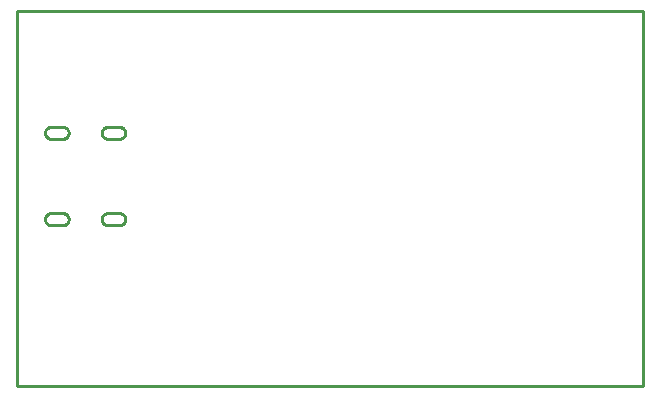
<source format=gbr>
G04 EAGLE Gerber RS-274X export*
G75*
%MOMM*%
%FSLAX34Y34*%
%LPD*%
%IN*%
%IPPOS*%
%AMOC8*
5,1,8,0,0,1.08239X$1,22.5*%
G01*
%ADD10C,0.254000*%


D10*
X12700Y12700D02*
X542800Y12700D01*
X542800Y330100D01*
X12700Y330100D01*
X12700Y12700D01*
X84200Y154000D02*
X84219Y153564D01*
X84276Y153132D01*
X84370Y152706D01*
X84502Y152290D01*
X84668Y151887D01*
X84870Y151500D01*
X85104Y151132D01*
X85370Y150786D01*
X85664Y150464D01*
X85986Y150170D01*
X86332Y149904D01*
X86700Y149670D01*
X87087Y149468D01*
X87490Y149302D01*
X87906Y149170D01*
X88332Y149076D01*
X88764Y149019D01*
X89200Y149000D01*
X99200Y149000D01*
X99636Y149019D01*
X100068Y149076D01*
X100494Y149170D01*
X100910Y149302D01*
X101313Y149468D01*
X101700Y149670D01*
X102068Y149904D01*
X102414Y150170D01*
X102736Y150464D01*
X103030Y150786D01*
X103296Y151132D01*
X103530Y151500D01*
X103732Y151887D01*
X103898Y152290D01*
X104030Y152706D01*
X104124Y153132D01*
X104181Y153564D01*
X104200Y154000D01*
X104181Y154436D01*
X104124Y154868D01*
X104030Y155294D01*
X103898Y155710D01*
X103732Y156113D01*
X103530Y156500D01*
X103296Y156868D01*
X103030Y157214D01*
X102736Y157536D01*
X102414Y157830D01*
X102068Y158096D01*
X101700Y158330D01*
X101313Y158532D01*
X100910Y158698D01*
X100494Y158830D01*
X100068Y158924D01*
X99636Y158981D01*
X99200Y159000D01*
X89200Y159000D01*
X88764Y158981D01*
X88332Y158924D01*
X87906Y158830D01*
X87490Y158698D01*
X87087Y158532D01*
X86700Y158330D01*
X86332Y158096D01*
X85986Y157830D01*
X85664Y157536D01*
X85370Y157214D01*
X85104Y156868D01*
X84870Y156500D01*
X84668Y156113D01*
X84502Y155710D01*
X84370Y155294D01*
X84276Y154868D01*
X84219Y154436D01*
X84200Y154000D01*
X84200Y227000D02*
X84219Y226564D01*
X84276Y226132D01*
X84370Y225706D01*
X84502Y225290D01*
X84668Y224887D01*
X84870Y224500D01*
X85104Y224132D01*
X85370Y223786D01*
X85664Y223464D01*
X85986Y223170D01*
X86332Y222904D01*
X86700Y222670D01*
X87087Y222468D01*
X87490Y222302D01*
X87906Y222170D01*
X88332Y222076D01*
X88764Y222019D01*
X89200Y222000D01*
X99200Y222000D01*
X99636Y222019D01*
X100068Y222076D01*
X100494Y222170D01*
X100910Y222302D01*
X101313Y222468D01*
X101700Y222670D01*
X102068Y222904D01*
X102414Y223170D01*
X102736Y223464D01*
X103030Y223786D01*
X103296Y224132D01*
X103530Y224500D01*
X103732Y224887D01*
X103898Y225290D01*
X104030Y225706D01*
X104124Y226132D01*
X104181Y226564D01*
X104200Y227000D01*
X104181Y227436D01*
X104124Y227868D01*
X104030Y228294D01*
X103898Y228710D01*
X103732Y229113D01*
X103530Y229500D01*
X103296Y229868D01*
X103030Y230214D01*
X102736Y230536D01*
X102414Y230830D01*
X102068Y231096D01*
X101700Y231330D01*
X101313Y231532D01*
X100910Y231698D01*
X100494Y231830D01*
X100068Y231924D01*
X99636Y231981D01*
X99200Y232000D01*
X89200Y232000D01*
X88764Y231981D01*
X88332Y231924D01*
X87906Y231830D01*
X87490Y231698D01*
X87087Y231532D01*
X86700Y231330D01*
X86332Y231096D01*
X85986Y230830D01*
X85664Y230536D01*
X85370Y230214D01*
X85104Y229868D01*
X84870Y229500D01*
X84668Y229113D01*
X84502Y228710D01*
X84370Y228294D01*
X84276Y227868D01*
X84219Y227436D01*
X84200Y227000D01*
X36200Y154000D02*
X36219Y153564D01*
X36276Y153132D01*
X36370Y152706D01*
X36502Y152290D01*
X36668Y151887D01*
X36870Y151500D01*
X37104Y151132D01*
X37370Y150786D01*
X37664Y150464D01*
X37986Y150170D01*
X38332Y149904D01*
X38700Y149670D01*
X39087Y149468D01*
X39490Y149302D01*
X39906Y149170D01*
X40332Y149076D01*
X40764Y149019D01*
X41200Y149000D01*
X51200Y149000D01*
X51636Y149019D01*
X52068Y149076D01*
X52494Y149170D01*
X52910Y149302D01*
X53313Y149468D01*
X53700Y149670D01*
X54068Y149904D01*
X54414Y150170D01*
X54736Y150464D01*
X55030Y150786D01*
X55296Y151132D01*
X55530Y151500D01*
X55732Y151887D01*
X55898Y152290D01*
X56030Y152706D01*
X56124Y153132D01*
X56181Y153564D01*
X56200Y154000D01*
X56181Y154436D01*
X56124Y154868D01*
X56030Y155294D01*
X55898Y155710D01*
X55732Y156113D01*
X55530Y156500D01*
X55296Y156868D01*
X55030Y157214D01*
X54736Y157536D01*
X54414Y157830D01*
X54068Y158096D01*
X53700Y158330D01*
X53313Y158532D01*
X52910Y158698D01*
X52494Y158830D01*
X52068Y158924D01*
X51636Y158981D01*
X51200Y159000D01*
X41200Y159000D01*
X40764Y158981D01*
X40332Y158924D01*
X39906Y158830D01*
X39490Y158698D01*
X39087Y158532D01*
X38700Y158330D01*
X38332Y158096D01*
X37986Y157830D01*
X37664Y157536D01*
X37370Y157214D01*
X37104Y156868D01*
X36870Y156500D01*
X36668Y156113D01*
X36502Y155710D01*
X36370Y155294D01*
X36276Y154868D01*
X36219Y154436D01*
X36200Y154000D01*
X36200Y227000D02*
X36219Y226564D01*
X36276Y226132D01*
X36370Y225706D01*
X36502Y225290D01*
X36668Y224887D01*
X36870Y224500D01*
X37104Y224132D01*
X37370Y223786D01*
X37664Y223464D01*
X37986Y223170D01*
X38332Y222904D01*
X38700Y222670D01*
X39087Y222468D01*
X39490Y222302D01*
X39906Y222170D01*
X40332Y222076D01*
X40764Y222019D01*
X41200Y222000D01*
X51200Y222000D01*
X51636Y222019D01*
X52068Y222076D01*
X52494Y222170D01*
X52910Y222302D01*
X53313Y222468D01*
X53700Y222670D01*
X54068Y222904D01*
X54414Y223170D01*
X54736Y223464D01*
X55030Y223786D01*
X55296Y224132D01*
X55530Y224500D01*
X55732Y224887D01*
X55898Y225290D01*
X56030Y225706D01*
X56124Y226132D01*
X56181Y226564D01*
X56200Y227000D01*
X56181Y227436D01*
X56124Y227868D01*
X56030Y228294D01*
X55898Y228710D01*
X55732Y229113D01*
X55530Y229500D01*
X55296Y229868D01*
X55030Y230214D01*
X54736Y230536D01*
X54414Y230830D01*
X54068Y231096D01*
X53700Y231330D01*
X53313Y231532D01*
X52910Y231698D01*
X52494Y231830D01*
X52068Y231924D01*
X51636Y231981D01*
X51200Y232000D01*
X41200Y232000D01*
X40764Y231981D01*
X40332Y231924D01*
X39906Y231830D01*
X39490Y231698D01*
X39087Y231532D01*
X38700Y231330D01*
X38332Y231096D01*
X37986Y230830D01*
X37664Y230536D01*
X37370Y230214D01*
X37104Y229868D01*
X36870Y229500D01*
X36668Y229113D01*
X36502Y228710D01*
X36370Y228294D01*
X36276Y227868D01*
X36219Y227436D01*
X36200Y227000D01*
M02*

</source>
